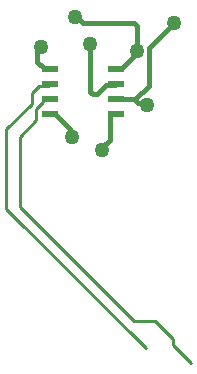
<source format=gbr>
G04*
G04 #@! TF.GenerationSoftware,Altium Limited,Altium Designer,22.4.2 (48)*
G04*
G04 Layer_Physical_Order=2*
G04 Layer_Color=16711680*
%FSLAX25Y25*%
%MOIN*%
G70*
G04*
G04 #@! TF.SameCoordinates,F9A4DCB5-2B7C-4553-87A1-470B5E90004D*
G04*
G04*
G04 #@! TF.FilePolarity,Positive*
G04*
G01*
G75*
%ADD11C,0.01000*%
%ADD24C,0.01500*%
%ADD25C,0.01100*%
%ADD26C,0.05000*%
%ADD27R,0.05600X0.02100*%
D11*
X206540Y348960D02*
Y350960D01*
Y348960D02*
X212600Y342900D01*
X200500Y357000D02*
X206540Y350960D01*
X151000Y394500D02*
X197500Y348000D01*
X151000Y394500D02*
Y421000D01*
X193500Y357000D02*
X200500D01*
X155500Y395000D02*
X193500Y357000D01*
X161000Y427814D02*
X163200Y430014D01*
X161000Y424000D02*
Y427814D01*
X155500Y418500D02*
X161000Y424000D01*
X163200Y430450D02*
X163750Y431000D01*
X165500D01*
X163200Y430014D02*
Y430450D01*
X155500Y395000D02*
Y418500D01*
X159500Y433000D02*
X162014Y435514D01*
X151000Y421000D02*
X159500Y429500D01*
Y433000D01*
X162014Y435514D02*
X165014D01*
X165500Y436000D01*
D24*
X162500Y447553D02*
Y448500D01*
X161329Y446382D02*
X162500Y447553D01*
X161329Y443421D02*
Y446382D01*
Y443421D02*
X163450Y441300D01*
X165200D01*
X165500Y441000D01*
X193500Y431000D02*
X194813Y429687D01*
X197099D01*
X197769Y429017D01*
X172330Y419170D02*
Y420920D01*
X167250Y426000D02*
X172330Y420920D01*
Y419170D02*
X173000Y418500D01*
X198500Y435500D02*
Y448000D01*
X207000Y456500D01*
X194000Y431000D02*
X198500Y435500D01*
X174000Y458500D02*
X174629D01*
X176629Y456500D02*
X193500D01*
X194500Y455500D01*
X174629Y458500D02*
X176629Y456500D01*
X194500Y447000D02*
Y455500D01*
X189250Y441000D02*
X194500Y446250D01*
X179000Y433500D02*
X179879Y432621D01*
X187200Y435700D02*
X187500Y436000D01*
X181121Y432621D02*
X184200Y435700D01*
X179000Y433500D02*
Y449500D01*
X179879Y432621D02*
X181121D01*
X184200Y435700D02*
X187200D01*
X165500Y426000D02*
X167250D01*
X187500Y441000D02*
X189250D01*
X187500Y431000D02*
X189250D01*
X194000D01*
X185450Y417397D02*
Y425700D01*
X183000Y414000D02*
Y414947D01*
X185750Y426000D02*
X187500D01*
X185450Y425700D02*
X185750Y426000D01*
X183000Y414947D02*
X185450Y417397D01*
D25*
X212600Y342900D02*
D03*
X197500Y348000D02*
D03*
D26*
X162500Y448500D02*
D03*
X173000Y418500D02*
D03*
X194500Y447000D02*
D03*
X179000Y449500D02*
D03*
X174000Y458500D02*
D03*
X207000Y456500D02*
D03*
X197769Y429017D02*
D03*
X183000Y414000D02*
D03*
D27*
X187500Y426000D02*
D03*
Y431000D02*
D03*
Y436000D02*
D03*
Y441000D02*
D03*
X165500D02*
D03*
Y436000D02*
D03*
Y431000D02*
D03*
Y426000D02*
D03*
M02*

</source>
